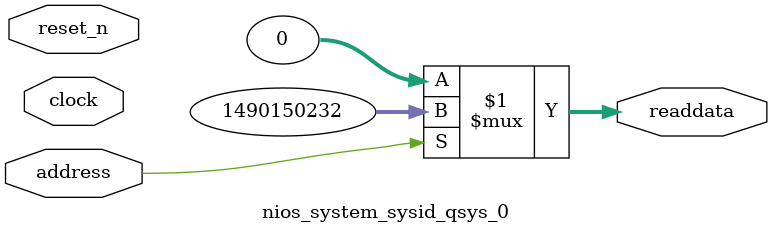
<source format=v>

`timescale 1ns / 1ps
// synthesis translate_on

// turn off superfluous verilog processor warnings 
// altera message_level Level1 
// altera message_off 10034 10035 10036 10037 10230 10240 10030 

module nios_system_sysid_qsys_0 (
               // inputs:
                address,
                clock,
                reset_n,

               // outputs:
                readdata
             )
;

  output  [ 31: 0] readdata;
  input            address;
  input            clock;
  input            reset_n;

  wire    [ 31: 0] readdata;
  //control_slave, which is an e_avalon_slave
  assign readdata = address ? 1490150232 : 0;

endmodule




</source>
